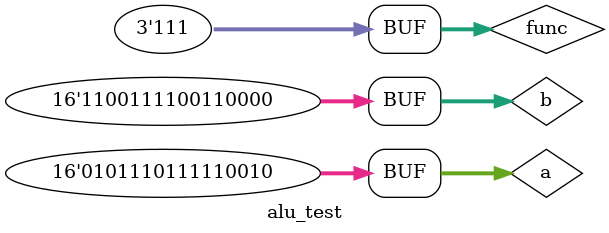
<source format=v>
module alu_test();
reg [15:0] a,b; reg [2:0] func;
wire [15:0] out; //Port Declarations
alu inst1(a,b,func,out);
//  Instance calling
initial begin
a = 16'd24050; b = 16'd53040;
func = 3'b010; //Initializing Inputs
//Using two functions from the ALU
#10 func = 3'b111;
end endmodule 
</source>
